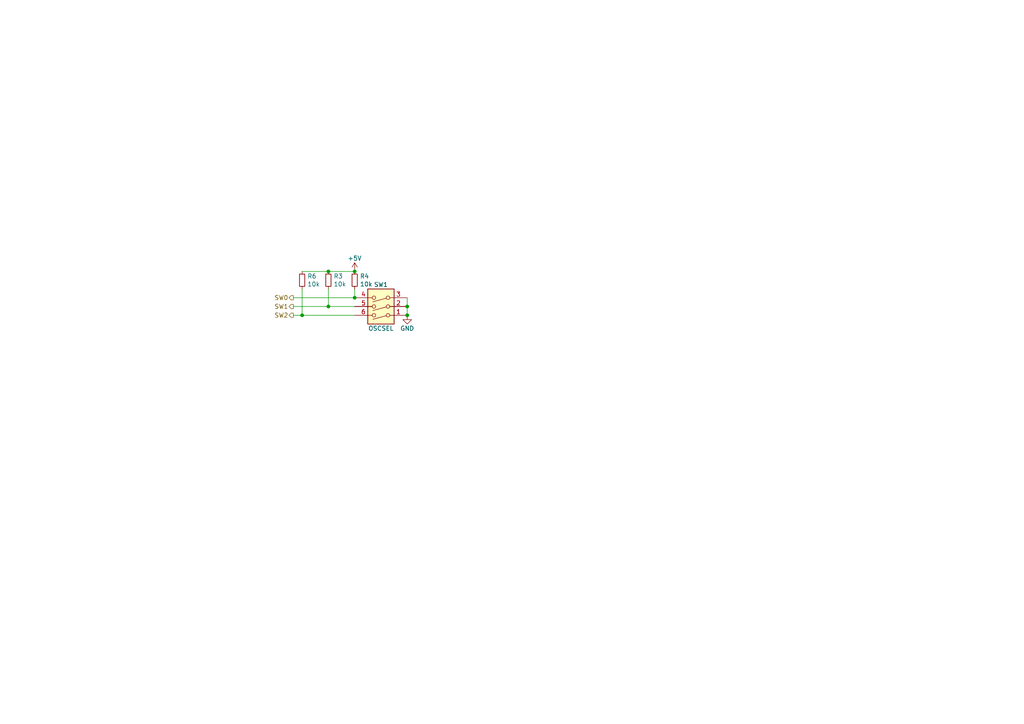
<source format=kicad_sch>
(kicad_sch (version 20211123) (generator eeschema)
  (paper "A4")
  (lib_symbols
    (symbol "Device:R_Small" (pin_numbers hide) (pin_names (offset 0.254) hide)
      (property "Reference" "R" (at 0.762 0.508 0))
      (property "Value" "R_Small" (at 0.762 -1.016 0))
      (symbol "R_Small_0_1"
        (rectangle (start -0.762 1.778) (end 0.762 -1.778) (stroke (width 0.2032)))
      )
      (symbol "R_Small_1_1"
        (pin passive line (at 0 2.54 270) (length 0.762) (name "~") (number "1"))
        (pin passive line (at 0 -2.54 90) (length 0.762) (name "~") (number "2"))
      )
    )
    (symbol "Switch:SW_DIP_x03" (pin_names (offset 0) hide)
      (property "Reference" "SW" (at 0 8.89 0))
      (property "Value" "SW_DIP_x03" (at 0 -3.81 0))
      (symbol "SW_DIP_x03_0_0"
        (circle (center -2.032 0) (radius 0.508))
        (circle (center -2.032 2.54) (radius 0.508))
        (circle (center -2.032 5.08) (radius 0.508))
        (polyline (pts (xy -1.524 0.127) (xy 2.3622 1.1684)))
        (polyline (pts (xy -1.524 2.667) (xy 2.3622 3.7084)))
        (polyline (pts (xy -1.524 5.207) (xy 2.3622 6.2484)))
        (circle (center 2.032 0) (radius 0.508))
        (circle (center 2.032 2.54) (radius 0.508))
        (circle (center 2.032 5.08) (radius 0.508))
      )
      (symbol "SW_DIP_x03_0_1"
        (rectangle (start -3.81 7.62) (end 3.81 -2.54) (stroke (width 0.254)) (fill (type background)))
      )
      (symbol "SW_DIP_x03_1_1"
        (pin passive line (at -7.62 5.08 0) (length 5.08) (name "~") (number "1"))
        (pin passive line (at -7.62 2.54 0) (length 5.08) (name "~") (number "2"))
        (pin passive line (at -7.62 0 0) (length 5.08) (name "~") (number "3"))
        (pin passive line (at 7.62 0 180) (length 5.08) (name "~") (number "4"))
        (pin passive line (at 7.62 2.54 180) (length 5.08) (name "~") (number "5"))
        (pin passive line (at 7.62 5.08 180) (length 5.08) (name "~") (number "6"))
      )
    )
    (symbol "power:+5V" (power) (pin_names (offset 0))
      (property "Value" "+5V" (at 0 3.556 0))
      (symbol "+5V_0_1"
        (polyline (pts (xy -0.762 1.27) (xy 0 2.54)))
        (polyline (pts (xy 0 0) (xy 0 2.54)))
        (polyline (pts (xy 0 2.54) (xy 0.762 1.27)))
      )
      (symbol "+5V_1_1"
        (pin power_in line (at 0 0 90) (length 0) hide (name "+5V") (number "1"))
      )
    )
    (symbol "power:GND" (power) (pin_names (offset 0))
      (property "Value" "GND" (at 0 -3.81 0))
      (symbol "GND_0_1"
        (polyline (pts (xy 0 0) (xy 0 -1.27) (xy 1.27 -1.27) (xy 0 -2.54) (xy -1.27 -1.27) (xy 0 -1.27)))
      )
      (symbol "GND_1_1"
        (pin power_in line (at 0 0 270) (length 0) hide (name "GND") (number "1"))
      )
    )
  )
  (junction (at 95.25 88.9))
  (junction (at 87.63 91.44))
  (junction (at 118.11 91.44))
  (junction (at 102.87 78.74))
  (junction (at 118.11 88.9))
  (junction (at 102.87 86.36))
  (junction (at 95.25 78.74))
  (wire (pts (xy 87.63 78.74) (xy 95.25 78.74)))
  (wire (pts (xy 95.25 88.9) (xy 102.87 88.9)))
  (wire (pts (xy 118.11 91.44) (xy 118.11 88.9)))
  (wire (pts (xy 85.09 86.36) (xy 102.87 86.36)))
  (wire (pts (xy 118.11 86.36) (xy 118.11 88.9)))
  (wire (pts (xy 102.87 83.82) (xy 102.87 86.36)))
  (wire (pts (xy 87.63 91.44) (xy 102.87 91.44)))
  (wire (pts (xy 85.09 91.44) (xy 87.63 91.44)))
  (wire (pts (xy 87.63 83.82) (xy 87.63 91.44)))
  (wire (pts (xy 85.09 88.9) (xy 95.25 88.9)))
  (wire (pts (xy 95.25 78.74) (xy 102.87 78.74)))
  (wire (pts (xy 95.25 83.82) (xy 95.25 88.9)))
  (hierarchical_label "SW1" (shape output) (at 85.09 88.9 180))
  (hierarchical_label "SW0" (shape output) (at 85.09 86.36 180))
  (hierarchical_label "SW2" (shape output) (at 85.09 91.44 180))
  (symbol (lib_id "Switch:SW_DIP_x03") (at 110.49 86.36 180) (unit 1)
    (property "Reference" "SW1" (at 110.49 82.55 0))
    (property "Value" "OSCSEL" (at 110.49 95.25 0))
    (property "Footprint" "stdpads:SW_DIP_SPSTx03_Slide_DSHP03TS_P1.27mm" (effects hide))
    (property "LCSC Part" "C319051" (effects hide))
  )
  (symbol (lib_id "Device:R_Small") (at 102.87 81.28 0) (unit 1)
    (property "Reference" "R4" (at 104.3686 80.1116 0) (effects (justify left)))
    (property "Value" "10k" (at 104.3686 82.423 0) (effects (justify left)))
    (property "Footprint" "stdpads:R_0603" (effects hide))
    (property "LCSC Part" "C25804" (effects hide))
  )
  (symbol (lib_id "Device:R_Small") (at 95.25 81.28 0) (unit 1)
    (property "Reference" "R3" (at 96.7486 80.1116 0) (effects (justify left)))
    (property "Value" "10k" (at 96.7486 82.423 0) (effects (justify left)))
    (property "Footprint" "stdpads:R_0603" (effects hide))
    (property "LCSC Part" "C25804" (effects hide))
  )
  (symbol (lib_id "power:GND") (at 118.11 91.44 0) (unit 1)
    (property "Reference" "#PWR0118" (effects hide))
    (property "Value" "GND" (at 118.11 95.25 0))
  )
  (symbol (lib_id "Device:R_Small") (at 87.63 81.28 0) (unit 1)
    (property "Reference" "R6" (at 89.1286 80.1116 0) (effects (justify left)))
    (property "Value" "10k" (at 89.1286 82.423 0) (effects (justify left)))
    (property "Footprint" "stdpads:R_0603" (effects hide))
    (property "LCSC Part" "C25804" (effects hide))
  )
  (symbol (lib_id "power:+5V") (at 102.87 78.74 0) (unit 1)
    (property "Reference" "#PWR0115" (effects hide))
    (property "Value" "+5V" (at 102.87 74.93 0))
  )
)
</source>
